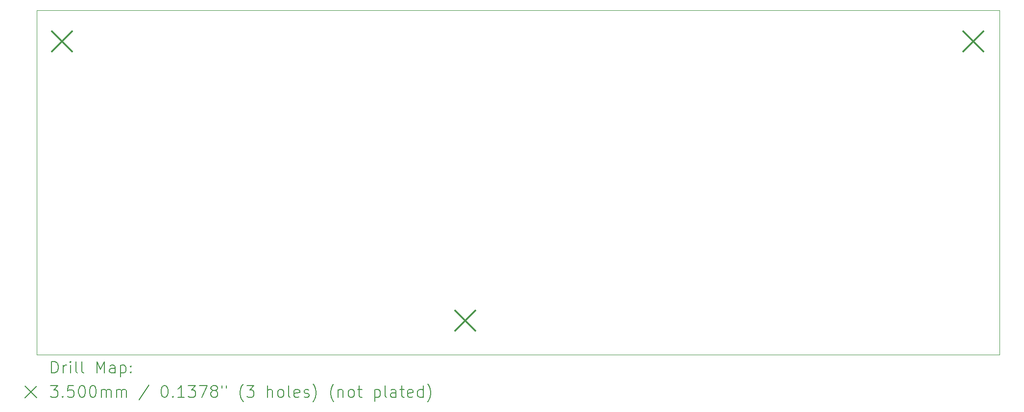
<source format=gbr>
%TF.GenerationSoftware,KiCad,Pcbnew,7.0.5*%
%TF.CreationDate,2023-12-24T17:16:57+05:30*%
%TF.ProjectId,TSALv3,5453414c-7633-42e6-9b69-6361645f7063,rev?*%
%TF.SameCoordinates,Original*%
%TF.FileFunction,Drillmap*%
%TF.FilePolarity,Positive*%
%FSLAX45Y45*%
G04 Gerber Fmt 4.5, Leading zero omitted, Abs format (unit mm)*
G04 Created by KiCad (PCBNEW 7.0.5) date 2023-12-24 17:16:57*
%MOMM*%
%LPD*%
G01*
G04 APERTURE LIST*
%ADD10C,0.050000*%
%ADD11C,0.200000*%
%ADD12C,0.350000*%
G04 APERTURE END LIST*
D10*
X6047740Y-2941320D02*
X22687280Y-2941320D01*
X22687280Y-8897620D01*
X6047740Y-8897620D01*
X6047740Y-2941320D01*
D11*
D12*
X6312160Y-3307340D02*
X6662160Y-3657340D01*
X6662160Y-3307340D02*
X6312160Y-3657340D01*
X13276840Y-8130800D02*
X13626840Y-8480800D01*
X13626840Y-8130800D02*
X13276840Y-8480800D01*
X22060160Y-3304800D02*
X22410160Y-3654800D01*
X22410160Y-3304800D02*
X22060160Y-3654800D01*
D11*
X6306017Y-9211604D02*
X6306017Y-9011604D01*
X6306017Y-9011604D02*
X6353636Y-9011604D01*
X6353636Y-9011604D02*
X6382207Y-9021128D01*
X6382207Y-9021128D02*
X6401255Y-9040175D01*
X6401255Y-9040175D02*
X6410779Y-9059223D01*
X6410779Y-9059223D02*
X6420302Y-9097318D01*
X6420302Y-9097318D02*
X6420302Y-9125890D01*
X6420302Y-9125890D02*
X6410779Y-9163985D01*
X6410779Y-9163985D02*
X6401255Y-9183032D01*
X6401255Y-9183032D02*
X6382207Y-9202080D01*
X6382207Y-9202080D02*
X6353636Y-9211604D01*
X6353636Y-9211604D02*
X6306017Y-9211604D01*
X6506017Y-9211604D02*
X6506017Y-9078270D01*
X6506017Y-9116366D02*
X6515541Y-9097318D01*
X6515541Y-9097318D02*
X6525064Y-9087794D01*
X6525064Y-9087794D02*
X6544112Y-9078270D01*
X6544112Y-9078270D02*
X6563160Y-9078270D01*
X6629826Y-9211604D02*
X6629826Y-9078270D01*
X6629826Y-9011604D02*
X6620302Y-9021128D01*
X6620302Y-9021128D02*
X6629826Y-9030651D01*
X6629826Y-9030651D02*
X6639350Y-9021128D01*
X6639350Y-9021128D02*
X6629826Y-9011604D01*
X6629826Y-9011604D02*
X6629826Y-9030651D01*
X6753636Y-9211604D02*
X6734588Y-9202080D01*
X6734588Y-9202080D02*
X6725064Y-9183032D01*
X6725064Y-9183032D02*
X6725064Y-9011604D01*
X6858398Y-9211604D02*
X6839350Y-9202080D01*
X6839350Y-9202080D02*
X6829826Y-9183032D01*
X6829826Y-9183032D02*
X6829826Y-9011604D01*
X7086969Y-9211604D02*
X7086969Y-9011604D01*
X7086969Y-9011604D02*
X7153636Y-9154461D01*
X7153636Y-9154461D02*
X7220302Y-9011604D01*
X7220302Y-9011604D02*
X7220302Y-9211604D01*
X7401255Y-9211604D02*
X7401255Y-9106842D01*
X7401255Y-9106842D02*
X7391731Y-9087794D01*
X7391731Y-9087794D02*
X7372683Y-9078270D01*
X7372683Y-9078270D02*
X7334588Y-9078270D01*
X7334588Y-9078270D02*
X7315541Y-9087794D01*
X7401255Y-9202080D02*
X7382207Y-9211604D01*
X7382207Y-9211604D02*
X7334588Y-9211604D01*
X7334588Y-9211604D02*
X7315541Y-9202080D01*
X7315541Y-9202080D02*
X7306017Y-9183032D01*
X7306017Y-9183032D02*
X7306017Y-9163985D01*
X7306017Y-9163985D02*
X7315541Y-9144937D01*
X7315541Y-9144937D02*
X7334588Y-9135413D01*
X7334588Y-9135413D02*
X7382207Y-9135413D01*
X7382207Y-9135413D02*
X7401255Y-9125890D01*
X7496493Y-9078270D02*
X7496493Y-9278270D01*
X7496493Y-9087794D02*
X7515541Y-9078270D01*
X7515541Y-9078270D02*
X7553636Y-9078270D01*
X7553636Y-9078270D02*
X7572683Y-9087794D01*
X7572683Y-9087794D02*
X7582207Y-9097318D01*
X7582207Y-9097318D02*
X7591731Y-9116366D01*
X7591731Y-9116366D02*
X7591731Y-9173509D01*
X7591731Y-9173509D02*
X7582207Y-9192556D01*
X7582207Y-9192556D02*
X7572683Y-9202080D01*
X7572683Y-9202080D02*
X7553636Y-9211604D01*
X7553636Y-9211604D02*
X7515541Y-9211604D01*
X7515541Y-9211604D02*
X7496493Y-9202080D01*
X7677445Y-9192556D02*
X7686969Y-9202080D01*
X7686969Y-9202080D02*
X7677445Y-9211604D01*
X7677445Y-9211604D02*
X7667922Y-9202080D01*
X7667922Y-9202080D02*
X7677445Y-9192556D01*
X7677445Y-9192556D02*
X7677445Y-9211604D01*
X7677445Y-9087794D02*
X7686969Y-9097318D01*
X7686969Y-9097318D02*
X7677445Y-9106842D01*
X7677445Y-9106842D02*
X7667922Y-9097318D01*
X7667922Y-9097318D02*
X7677445Y-9087794D01*
X7677445Y-9087794D02*
X7677445Y-9106842D01*
X5845240Y-9440120D02*
X6045240Y-9640120D01*
X6045240Y-9440120D02*
X5845240Y-9640120D01*
X6286969Y-9431604D02*
X6410779Y-9431604D01*
X6410779Y-9431604D02*
X6344112Y-9507794D01*
X6344112Y-9507794D02*
X6372683Y-9507794D01*
X6372683Y-9507794D02*
X6391731Y-9517318D01*
X6391731Y-9517318D02*
X6401255Y-9526842D01*
X6401255Y-9526842D02*
X6410779Y-9545890D01*
X6410779Y-9545890D02*
X6410779Y-9593509D01*
X6410779Y-9593509D02*
X6401255Y-9612556D01*
X6401255Y-9612556D02*
X6391731Y-9622080D01*
X6391731Y-9622080D02*
X6372683Y-9631604D01*
X6372683Y-9631604D02*
X6315541Y-9631604D01*
X6315541Y-9631604D02*
X6296493Y-9622080D01*
X6296493Y-9622080D02*
X6286969Y-9612556D01*
X6496493Y-9612556D02*
X6506017Y-9622080D01*
X6506017Y-9622080D02*
X6496493Y-9631604D01*
X6496493Y-9631604D02*
X6486969Y-9622080D01*
X6486969Y-9622080D02*
X6496493Y-9612556D01*
X6496493Y-9612556D02*
X6496493Y-9631604D01*
X6686969Y-9431604D02*
X6591731Y-9431604D01*
X6591731Y-9431604D02*
X6582207Y-9526842D01*
X6582207Y-9526842D02*
X6591731Y-9517318D01*
X6591731Y-9517318D02*
X6610779Y-9507794D01*
X6610779Y-9507794D02*
X6658398Y-9507794D01*
X6658398Y-9507794D02*
X6677445Y-9517318D01*
X6677445Y-9517318D02*
X6686969Y-9526842D01*
X6686969Y-9526842D02*
X6696493Y-9545890D01*
X6696493Y-9545890D02*
X6696493Y-9593509D01*
X6696493Y-9593509D02*
X6686969Y-9612556D01*
X6686969Y-9612556D02*
X6677445Y-9622080D01*
X6677445Y-9622080D02*
X6658398Y-9631604D01*
X6658398Y-9631604D02*
X6610779Y-9631604D01*
X6610779Y-9631604D02*
X6591731Y-9622080D01*
X6591731Y-9622080D02*
X6582207Y-9612556D01*
X6820302Y-9431604D02*
X6839350Y-9431604D01*
X6839350Y-9431604D02*
X6858398Y-9441128D01*
X6858398Y-9441128D02*
X6867922Y-9450651D01*
X6867922Y-9450651D02*
X6877445Y-9469699D01*
X6877445Y-9469699D02*
X6886969Y-9507794D01*
X6886969Y-9507794D02*
X6886969Y-9555413D01*
X6886969Y-9555413D02*
X6877445Y-9593509D01*
X6877445Y-9593509D02*
X6867922Y-9612556D01*
X6867922Y-9612556D02*
X6858398Y-9622080D01*
X6858398Y-9622080D02*
X6839350Y-9631604D01*
X6839350Y-9631604D02*
X6820302Y-9631604D01*
X6820302Y-9631604D02*
X6801255Y-9622080D01*
X6801255Y-9622080D02*
X6791731Y-9612556D01*
X6791731Y-9612556D02*
X6782207Y-9593509D01*
X6782207Y-9593509D02*
X6772683Y-9555413D01*
X6772683Y-9555413D02*
X6772683Y-9507794D01*
X6772683Y-9507794D02*
X6782207Y-9469699D01*
X6782207Y-9469699D02*
X6791731Y-9450651D01*
X6791731Y-9450651D02*
X6801255Y-9441128D01*
X6801255Y-9441128D02*
X6820302Y-9431604D01*
X7010779Y-9431604D02*
X7029826Y-9431604D01*
X7029826Y-9431604D02*
X7048874Y-9441128D01*
X7048874Y-9441128D02*
X7058398Y-9450651D01*
X7058398Y-9450651D02*
X7067922Y-9469699D01*
X7067922Y-9469699D02*
X7077445Y-9507794D01*
X7077445Y-9507794D02*
X7077445Y-9555413D01*
X7077445Y-9555413D02*
X7067922Y-9593509D01*
X7067922Y-9593509D02*
X7058398Y-9612556D01*
X7058398Y-9612556D02*
X7048874Y-9622080D01*
X7048874Y-9622080D02*
X7029826Y-9631604D01*
X7029826Y-9631604D02*
X7010779Y-9631604D01*
X7010779Y-9631604D02*
X6991731Y-9622080D01*
X6991731Y-9622080D02*
X6982207Y-9612556D01*
X6982207Y-9612556D02*
X6972683Y-9593509D01*
X6972683Y-9593509D02*
X6963160Y-9555413D01*
X6963160Y-9555413D02*
X6963160Y-9507794D01*
X6963160Y-9507794D02*
X6972683Y-9469699D01*
X6972683Y-9469699D02*
X6982207Y-9450651D01*
X6982207Y-9450651D02*
X6991731Y-9441128D01*
X6991731Y-9441128D02*
X7010779Y-9431604D01*
X7163160Y-9631604D02*
X7163160Y-9498270D01*
X7163160Y-9517318D02*
X7172683Y-9507794D01*
X7172683Y-9507794D02*
X7191731Y-9498270D01*
X7191731Y-9498270D02*
X7220303Y-9498270D01*
X7220303Y-9498270D02*
X7239350Y-9507794D01*
X7239350Y-9507794D02*
X7248874Y-9526842D01*
X7248874Y-9526842D02*
X7248874Y-9631604D01*
X7248874Y-9526842D02*
X7258398Y-9507794D01*
X7258398Y-9507794D02*
X7277445Y-9498270D01*
X7277445Y-9498270D02*
X7306017Y-9498270D01*
X7306017Y-9498270D02*
X7325064Y-9507794D01*
X7325064Y-9507794D02*
X7334588Y-9526842D01*
X7334588Y-9526842D02*
X7334588Y-9631604D01*
X7429826Y-9631604D02*
X7429826Y-9498270D01*
X7429826Y-9517318D02*
X7439350Y-9507794D01*
X7439350Y-9507794D02*
X7458398Y-9498270D01*
X7458398Y-9498270D02*
X7486969Y-9498270D01*
X7486969Y-9498270D02*
X7506017Y-9507794D01*
X7506017Y-9507794D02*
X7515541Y-9526842D01*
X7515541Y-9526842D02*
X7515541Y-9631604D01*
X7515541Y-9526842D02*
X7525064Y-9507794D01*
X7525064Y-9507794D02*
X7544112Y-9498270D01*
X7544112Y-9498270D02*
X7572683Y-9498270D01*
X7572683Y-9498270D02*
X7591731Y-9507794D01*
X7591731Y-9507794D02*
X7601255Y-9526842D01*
X7601255Y-9526842D02*
X7601255Y-9631604D01*
X7991731Y-9422080D02*
X7820303Y-9679223D01*
X8248874Y-9431604D02*
X8267922Y-9431604D01*
X8267922Y-9431604D02*
X8286969Y-9441128D01*
X8286969Y-9441128D02*
X8296493Y-9450651D01*
X8296493Y-9450651D02*
X8306017Y-9469699D01*
X8306017Y-9469699D02*
X8315541Y-9507794D01*
X8315541Y-9507794D02*
X8315541Y-9555413D01*
X8315541Y-9555413D02*
X8306017Y-9593509D01*
X8306017Y-9593509D02*
X8296493Y-9612556D01*
X8296493Y-9612556D02*
X8286969Y-9622080D01*
X8286969Y-9622080D02*
X8267922Y-9631604D01*
X8267922Y-9631604D02*
X8248874Y-9631604D01*
X8248874Y-9631604D02*
X8229826Y-9622080D01*
X8229826Y-9622080D02*
X8220303Y-9612556D01*
X8220303Y-9612556D02*
X8210779Y-9593509D01*
X8210779Y-9593509D02*
X8201255Y-9555413D01*
X8201255Y-9555413D02*
X8201255Y-9507794D01*
X8201255Y-9507794D02*
X8210779Y-9469699D01*
X8210779Y-9469699D02*
X8220303Y-9450651D01*
X8220303Y-9450651D02*
X8229826Y-9441128D01*
X8229826Y-9441128D02*
X8248874Y-9431604D01*
X8401255Y-9612556D02*
X8410779Y-9622080D01*
X8410779Y-9622080D02*
X8401255Y-9631604D01*
X8401255Y-9631604D02*
X8391731Y-9622080D01*
X8391731Y-9622080D02*
X8401255Y-9612556D01*
X8401255Y-9612556D02*
X8401255Y-9631604D01*
X8601255Y-9631604D02*
X8486969Y-9631604D01*
X8544112Y-9631604D02*
X8544112Y-9431604D01*
X8544112Y-9431604D02*
X8525065Y-9460175D01*
X8525065Y-9460175D02*
X8506017Y-9479223D01*
X8506017Y-9479223D02*
X8486969Y-9488747D01*
X8667922Y-9431604D02*
X8791731Y-9431604D01*
X8791731Y-9431604D02*
X8725065Y-9507794D01*
X8725065Y-9507794D02*
X8753636Y-9507794D01*
X8753636Y-9507794D02*
X8772684Y-9517318D01*
X8772684Y-9517318D02*
X8782208Y-9526842D01*
X8782208Y-9526842D02*
X8791731Y-9545890D01*
X8791731Y-9545890D02*
X8791731Y-9593509D01*
X8791731Y-9593509D02*
X8782208Y-9612556D01*
X8782208Y-9612556D02*
X8772684Y-9622080D01*
X8772684Y-9622080D02*
X8753636Y-9631604D01*
X8753636Y-9631604D02*
X8696493Y-9631604D01*
X8696493Y-9631604D02*
X8677446Y-9622080D01*
X8677446Y-9622080D02*
X8667922Y-9612556D01*
X8858398Y-9431604D02*
X8991731Y-9431604D01*
X8991731Y-9431604D02*
X8906017Y-9631604D01*
X9096493Y-9517318D02*
X9077446Y-9507794D01*
X9077446Y-9507794D02*
X9067922Y-9498270D01*
X9067922Y-9498270D02*
X9058398Y-9479223D01*
X9058398Y-9479223D02*
X9058398Y-9469699D01*
X9058398Y-9469699D02*
X9067922Y-9450651D01*
X9067922Y-9450651D02*
X9077446Y-9441128D01*
X9077446Y-9441128D02*
X9096493Y-9431604D01*
X9096493Y-9431604D02*
X9134589Y-9431604D01*
X9134589Y-9431604D02*
X9153636Y-9441128D01*
X9153636Y-9441128D02*
X9163160Y-9450651D01*
X9163160Y-9450651D02*
X9172684Y-9469699D01*
X9172684Y-9469699D02*
X9172684Y-9479223D01*
X9172684Y-9479223D02*
X9163160Y-9498270D01*
X9163160Y-9498270D02*
X9153636Y-9507794D01*
X9153636Y-9507794D02*
X9134589Y-9517318D01*
X9134589Y-9517318D02*
X9096493Y-9517318D01*
X9096493Y-9517318D02*
X9077446Y-9526842D01*
X9077446Y-9526842D02*
X9067922Y-9536366D01*
X9067922Y-9536366D02*
X9058398Y-9555413D01*
X9058398Y-9555413D02*
X9058398Y-9593509D01*
X9058398Y-9593509D02*
X9067922Y-9612556D01*
X9067922Y-9612556D02*
X9077446Y-9622080D01*
X9077446Y-9622080D02*
X9096493Y-9631604D01*
X9096493Y-9631604D02*
X9134589Y-9631604D01*
X9134589Y-9631604D02*
X9153636Y-9622080D01*
X9153636Y-9622080D02*
X9163160Y-9612556D01*
X9163160Y-9612556D02*
X9172684Y-9593509D01*
X9172684Y-9593509D02*
X9172684Y-9555413D01*
X9172684Y-9555413D02*
X9163160Y-9536366D01*
X9163160Y-9536366D02*
X9153636Y-9526842D01*
X9153636Y-9526842D02*
X9134589Y-9517318D01*
X9248874Y-9431604D02*
X9248874Y-9469699D01*
X9325065Y-9431604D02*
X9325065Y-9469699D01*
X9620303Y-9707794D02*
X9610779Y-9698270D01*
X9610779Y-9698270D02*
X9591731Y-9669699D01*
X9591731Y-9669699D02*
X9582208Y-9650651D01*
X9582208Y-9650651D02*
X9572684Y-9622080D01*
X9572684Y-9622080D02*
X9563160Y-9574461D01*
X9563160Y-9574461D02*
X9563160Y-9536366D01*
X9563160Y-9536366D02*
X9572684Y-9488747D01*
X9572684Y-9488747D02*
X9582208Y-9460175D01*
X9582208Y-9460175D02*
X9591731Y-9441128D01*
X9591731Y-9441128D02*
X9610779Y-9412556D01*
X9610779Y-9412556D02*
X9620303Y-9403032D01*
X9677446Y-9431604D02*
X9801255Y-9431604D01*
X9801255Y-9431604D02*
X9734589Y-9507794D01*
X9734589Y-9507794D02*
X9763160Y-9507794D01*
X9763160Y-9507794D02*
X9782208Y-9517318D01*
X9782208Y-9517318D02*
X9791731Y-9526842D01*
X9791731Y-9526842D02*
X9801255Y-9545890D01*
X9801255Y-9545890D02*
X9801255Y-9593509D01*
X9801255Y-9593509D02*
X9791731Y-9612556D01*
X9791731Y-9612556D02*
X9782208Y-9622080D01*
X9782208Y-9622080D02*
X9763160Y-9631604D01*
X9763160Y-9631604D02*
X9706017Y-9631604D01*
X9706017Y-9631604D02*
X9686970Y-9622080D01*
X9686970Y-9622080D02*
X9677446Y-9612556D01*
X10039351Y-9631604D02*
X10039351Y-9431604D01*
X10125065Y-9631604D02*
X10125065Y-9526842D01*
X10125065Y-9526842D02*
X10115541Y-9507794D01*
X10115541Y-9507794D02*
X10096493Y-9498270D01*
X10096493Y-9498270D02*
X10067922Y-9498270D01*
X10067922Y-9498270D02*
X10048874Y-9507794D01*
X10048874Y-9507794D02*
X10039351Y-9517318D01*
X10248874Y-9631604D02*
X10229827Y-9622080D01*
X10229827Y-9622080D02*
X10220303Y-9612556D01*
X10220303Y-9612556D02*
X10210779Y-9593509D01*
X10210779Y-9593509D02*
X10210779Y-9536366D01*
X10210779Y-9536366D02*
X10220303Y-9517318D01*
X10220303Y-9517318D02*
X10229827Y-9507794D01*
X10229827Y-9507794D02*
X10248874Y-9498270D01*
X10248874Y-9498270D02*
X10277446Y-9498270D01*
X10277446Y-9498270D02*
X10296493Y-9507794D01*
X10296493Y-9507794D02*
X10306017Y-9517318D01*
X10306017Y-9517318D02*
X10315541Y-9536366D01*
X10315541Y-9536366D02*
X10315541Y-9593509D01*
X10315541Y-9593509D02*
X10306017Y-9612556D01*
X10306017Y-9612556D02*
X10296493Y-9622080D01*
X10296493Y-9622080D02*
X10277446Y-9631604D01*
X10277446Y-9631604D02*
X10248874Y-9631604D01*
X10429827Y-9631604D02*
X10410779Y-9622080D01*
X10410779Y-9622080D02*
X10401255Y-9603032D01*
X10401255Y-9603032D02*
X10401255Y-9431604D01*
X10582208Y-9622080D02*
X10563160Y-9631604D01*
X10563160Y-9631604D02*
X10525065Y-9631604D01*
X10525065Y-9631604D02*
X10506017Y-9622080D01*
X10506017Y-9622080D02*
X10496493Y-9603032D01*
X10496493Y-9603032D02*
X10496493Y-9526842D01*
X10496493Y-9526842D02*
X10506017Y-9507794D01*
X10506017Y-9507794D02*
X10525065Y-9498270D01*
X10525065Y-9498270D02*
X10563160Y-9498270D01*
X10563160Y-9498270D02*
X10582208Y-9507794D01*
X10582208Y-9507794D02*
X10591732Y-9526842D01*
X10591732Y-9526842D02*
X10591732Y-9545890D01*
X10591732Y-9545890D02*
X10496493Y-9564937D01*
X10667922Y-9622080D02*
X10686970Y-9631604D01*
X10686970Y-9631604D02*
X10725065Y-9631604D01*
X10725065Y-9631604D02*
X10744113Y-9622080D01*
X10744113Y-9622080D02*
X10753636Y-9603032D01*
X10753636Y-9603032D02*
X10753636Y-9593509D01*
X10753636Y-9593509D02*
X10744113Y-9574461D01*
X10744113Y-9574461D02*
X10725065Y-9564937D01*
X10725065Y-9564937D02*
X10696493Y-9564937D01*
X10696493Y-9564937D02*
X10677446Y-9555413D01*
X10677446Y-9555413D02*
X10667922Y-9536366D01*
X10667922Y-9536366D02*
X10667922Y-9526842D01*
X10667922Y-9526842D02*
X10677446Y-9507794D01*
X10677446Y-9507794D02*
X10696493Y-9498270D01*
X10696493Y-9498270D02*
X10725065Y-9498270D01*
X10725065Y-9498270D02*
X10744113Y-9507794D01*
X10820303Y-9707794D02*
X10829827Y-9698270D01*
X10829827Y-9698270D02*
X10848874Y-9669699D01*
X10848874Y-9669699D02*
X10858398Y-9650651D01*
X10858398Y-9650651D02*
X10867922Y-9622080D01*
X10867922Y-9622080D02*
X10877446Y-9574461D01*
X10877446Y-9574461D02*
X10877446Y-9536366D01*
X10877446Y-9536366D02*
X10867922Y-9488747D01*
X10867922Y-9488747D02*
X10858398Y-9460175D01*
X10858398Y-9460175D02*
X10848874Y-9441128D01*
X10848874Y-9441128D02*
X10829827Y-9412556D01*
X10829827Y-9412556D02*
X10820303Y-9403032D01*
X11182208Y-9707794D02*
X11172684Y-9698270D01*
X11172684Y-9698270D02*
X11153636Y-9669699D01*
X11153636Y-9669699D02*
X11144113Y-9650651D01*
X11144113Y-9650651D02*
X11134589Y-9622080D01*
X11134589Y-9622080D02*
X11125065Y-9574461D01*
X11125065Y-9574461D02*
X11125065Y-9536366D01*
X11125065Y-9536366D02*
X11134589Y-9488747D01*
X11134589Y-9488747D02*
X11144113Y-9460175D01*
X11144113Y-9460175D02*
X11153636Y-9441128D01*
X11153636Y-9441128D02*
X11172684Y-9412556D01*
X11172684Y-9412556D02*
X11182208Y-9403032D01*
X11258398Y-9498270D02*
X11258398Y-9631604D01*
X11258398Y-9517318D02*
X11267922Y-9507794D01*
X11267922Y-9507794D02*
X11286970Y-9498270D01*
X11286970Y-9498270D02*
X11315541Y-9498270D01*
X11315541Y-9498270D02*
X11334589Y-9507794D01*
X11334589Y-9507794D02*
X11344112Y-9526842D01*
X11344112Y-9526842D02*
X11344112Y-9631604D01*
X11467922Y-9631604D02*
X11448874Y-9622080D01*
X11448874Y-9622080D02*
X11439351Y-9612556D01*
X11439351Y-9612556D02*
X11429827Y-9593509D01*
X11429827Y-9593509D02*
X11429827Y-9536366D01*
X11429827Y-9536366D02*
X11439351Y-9517318D01*
X11439351Y-9517318D02*
X11448874Y-9507794D01*
X11448874Y-9507794D02*
X11467922Y-9498270D01*
X11467922Y-9498270D02*
X11496493Y-9498270D01*
X11496493Y-9498270D02*
X11515541Y-9507794D01*
X11515541Y-9507794D02*
X11525065Y-9517318D01*
X11525065Y-9517318D02*
X11534589Y-9536366D01*
X11534589Y-9536366D02*
X11534589Y-9593509D01*
X11534589Y-9593509D02*
X11525065Y-9612556D01*
X11525065Y-9612556D02*
X11515541Y-9622080D01*
X11515541Y-9622080D02*
X11496493Y-9631604D01*
X11496493Y-9631604D02*
X11467922Y-9631604D01*
X11591732Y-9498270D02*
X11667922Y-9498270D01*
X11620303Y-9431604D02*
X11620303Y-9603032D01*
X11620303Y-9603032D02*
X11629827Y-9622080D01*
X11629827Y-9622080D02*
X11648874Y-9631604D01*
X11648874Y-9631604D02*
X11667922Y-9631604D01*
X11886970Y-9498270D02*
X11886970Y-9698270D01*
X11886970Y-9507794D02*
X11906017Y-9498270D01*
X11906017Y-9498270D02*
X11944113Y-9498270D01*
X11944113Y-9498270D02*
X11963160Y-9507794D01*
X11963160Y-9507794D02*
X11972684Y-9517318D01*
X11972684Y-9517318D02*
X11982208Y-9536366D01*
X11982208Y-9536366D02*
X11982208Y-9593509D01*
X11982208Y-9593509D02*
X11972684Y-9612556D01*
X11972684Y-9612556D02*
X11963160Y-9622080D01*
X11963160Y-9622080D02*
X11944113Y-9631604D01*
X11944113Y-9631604D02*
X11906017Y-9631604D01*
X11906017Y-9631604D02*
X11886970Y-9622080D01*
X12096493Y-9631604D02*
X12077446Y-9622080D01*
X12077446Y-9622080D02*
X12067922Y-9603032D01*
X12067922Y-9603032D02*
X12067922Y-9431604D01*
X12258398Y-9631604D02*
X12258398Y-9526842D01*
X12258398Y-9526842D02*
X12248874Y-9507794D01*
X12248874Y-9507794D02*
X12229827Y-9498270D01*
X12229827Y-9498270D02*
X12191732Y-9498270D01*
X12191732Y-9498270D02*
X12172684Y-9507794D01*
X12258398Y-9622080D02*
X12239351Y-9631604D01*
X12239351Y-9631604D02*
X12191732Y-9631604D01*
X12191732Y-9631604D02*
X12172684Y-9622080D01*
X12172684Y-9622080D02*
X12163160Y-9603032D01*
X12163160Y-9603032D02*
X12163160Y-9583985D01*
X12163160Y-9583985D02*
X12172684Y-9564937D01*
X12172684Y-9564937D02*
X12191732Y-9555413D01*
X12191732Y-9555413D02*
X12239351Y-9555413D01*
X12239351Y-9555413D02*
X12258398Y-9545890D01*
X12325065Y-9498270D02*
X12401255Y-9498270D01*
X12353636Y-9431604D02*
X12353636Y-9603032D01*
X12353636Y-9603032D02*
X12363160Y-9622080D01*
X12363160Y-9622080D02*
X12382208Y-9631604D01*
X12382208Y-9631604D02*
X12401255Y-9631604D01*
X12544113Y-9622080D02*
X12525065Y-9631604D01*
X12525065Y-9631604D02*
X12486970Y-9631604D01*
X12486970Y-9631604D02*
X12467922Y-9622080D01*
X12467922Y-9622080D02*
X12458398Y-9603032D01*
X12458398Y-9603032D02*
X12458398Y-9526842D01*
X12458398Y-9526842D02*
X12467922Y-9507794D01*
X12467922Y-9507794D02*
X12486970Y-9498270D01*
X12486970Y-9498270D02*
X12525065Y-9498270D01*
X12525065Y-9498270D02*
X12544113Y-9507794D01*
X12544113Y-9507794D02*
X12553636Y-9526842D01*
X12553636Y-9526842D02*
X12553636Y-9545890D01*
X12553636Y-9545890D02*
X12458398Y-9564937D01*
X12725065Y-9631604D02*
X12725065Y-9431604D01*
X12725065Y-9622080D02*
X12706017Y-9631604D01*
X12706017Y-9631604D02*
X12667922Y-9631604D01*
X12667922Y-9631604D02*
X12648874Y-9622080D01*
X12648874Y-9622080D02*
X12639351Y-9612556D01*
X12639351Y-9612556D02*
X12629827Y-9593509D01*
X12629827Y-9593509D02*
X12629827Y-9536366D01*
X12629827Y-9536366D02*
X12639351Y-9517318D01*
X12639351Y-9517318D02*
X12648874Y-9507794D01*
X12648874Y-9507794D02*
X12667922Y-9498270D01*
X12667922Y-9498270D02*
X12706017Y-9498270D01*
X12706017Y-9498270D02*
X12725065Y-9507794D01*
X12801255Y-9707794D02*
X12810779Y-9698270D01*
X12810779Y-9698270D02*
X12829827Y-9669699D01*
X12829827Y-9669699D02*
X12839351Y-9650651D01*
X12839351Y-9650651D02*
X12848874Y-9622080D01*
X12848874Y-9622080D02*
X12858398Y-9574461D01*
X12858398Y-9574461D02*
X12858398Y-9536366D01*
X12858398Y-9536366D02*
X12848874Y-9488747D01*
X12848874Y-9488747D02*
X12839351Y-9460175D01*
X12839351Y-9460175D02*
X12829827Y-9441128D01*
X12829827Y-9441128D02*
X12810779Y-9412556D01*
X12810779Y-9412556D02*
X12801255Y-9403032D01*
M02*

</source>
